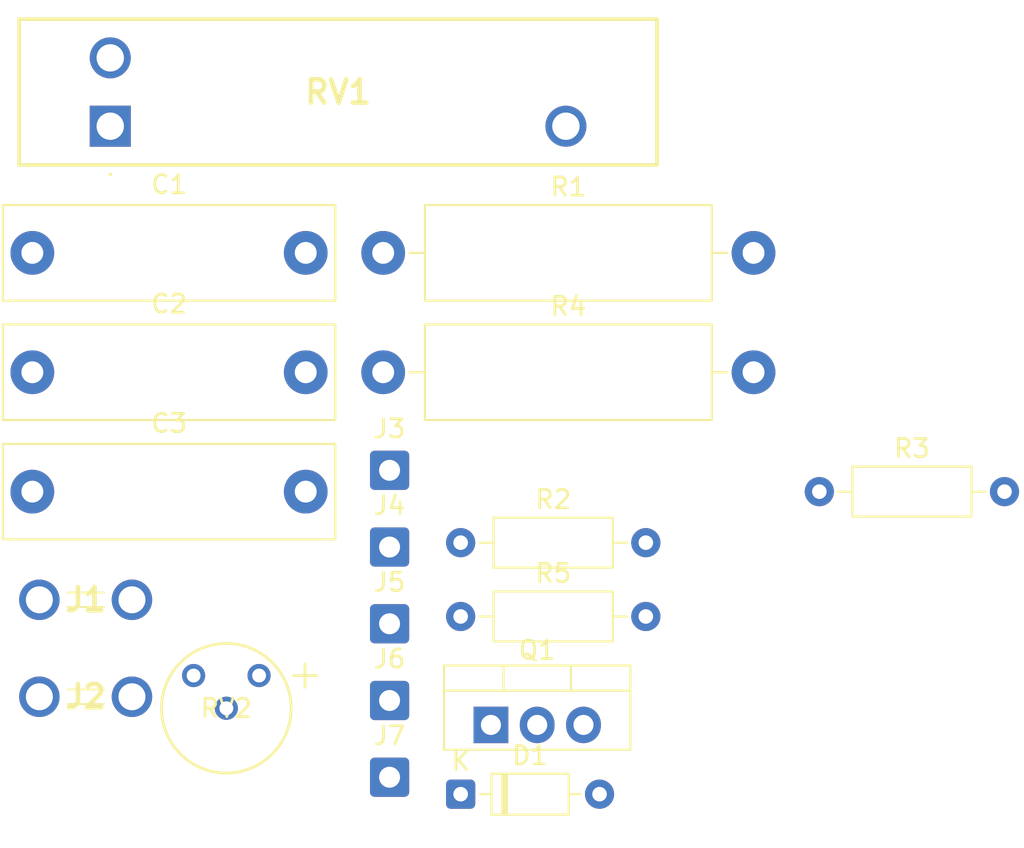
<source format=kicad_pcb>
(kicad_pcb (version 20241229) (generator "pcbnew") (generator_version "9.0")
  (layers (0 "F.Cu" signal) (2 "B.Cu" signal) (13 "F.Paste" user) (15 "B.Paste" user) (5 "F.SilkS" user "F.Silkscreen") (7 "B.SilkS" user "B.Silkscreen") (1 "F.Mask" user) (3 "B.Mask" user) (25 "Edge.Cuts" user))
  (net 0 "")
  (net 1 "+3.3V")
  (net 2 "GNDD")
  (net 3 "Net-(J6-Pin_1)")
  (net 4 "AC")
  (net 5 "GND")
  (net 6 "Net-(C2-Pad2)")
  (net 7 "Net-(D1-K)")
  (net 8 "Net-(C3-Pad2)")
  (net 9 "Net-(C1-Pad2)")
  (net 10 "Net-(R2-Pad2)")
  (net 11 "/Res_out")
  (net 12 "Net-(D1-A)")
  (footprint "Resistor_THT:R_Axial_DIN0207_L6.3mm_D2.5mm_P10.16mm_Horizontal" (layer "F.Cu") (at 50.98 55.75)
    (property "Reference" "R5" (at 5.08 -2.37 0) (layer "F.SilkS"))
    (property "Value" "200k")
    (fp_line (start 1.04 0) (end 1.81 0) (stroke (width 0.12)) (layer "F.SilkS"))
    (fp_line (start 9.12 0) (end 8.35 0) (stroke (width 0.12)) (layer "F.SilkS"))
    (fp_rect (start 1.81 -1.37) (end 8.35 1.37) (stroke (width 0.12)) (fill no) (layer "F.SilkS"))
    (pad "1" thru_hole circle (at 0 0) (size 1.6 1.6) (drill 0.8) (layers "*.Cu" "*.Mask") (net 4 "AC"))
    (pad "2" thru_hole circle (at 10.16 0) (size 1.6 1.6) (drill 0.8) (layers "*.Cu" "*.Mask") (net 10 "Net-(R2-Pad2)"))
  )
  (footprint "Resistor_THT:R_Axial_DIN0207_L6.3mm_D2.5mm_P10.16mm_Horizontal" (layer "F.Cu") (at 70.66 48.9)
    (property "Reference" "R3" (at 5.08 -2.37 0) (layer "F.SilkS"))
    (property "Value" "1k")
    (fp_line (start 1.04 0) (end 1.81 0) (stroke (width 0.12)) (layer "F.SilkS"))
    (fp_line (start 9.12 0) (end 8.35 0) (stroke (width 0.12)) (layer "F.SilkS"))
    (fp_rect (start 1.81 -1.37) (end 8.35 1.37) (stroke (width 0.12)) (fill no) (layer "F.SilkS"))
    (pad "1" thru_hole circle (at 0 0) (size 1.6 1.6) (drill 0.8) (layers "*.Cu" "*.Mask") (net 9 "Net-(C1-Pad2)"))
    (pad "2" thru_hole circle (at 10.16 0) (size 1.6 1.6) (drill 0.8) (layers "*.Cu" "*.Mask") (net 4 "AC"))
  )
  (footprint "Resistor_THT:R_Axial_DIN0516_L15.5mm_D5.0mm_P20.32mm_Horizontal" (layer "F.Cu") (at 46.73 35.8)
    (property "Reference" "R1" (at 10.16 -3.62 0) (layer "F.SilkS"))
    (property "Value" "1k")
    (fp_line (start 1.44 0) (end 2.29 0) (stroke (width 0.12)) (layer "F.SilkS"))
    (fp_line (start 18.88 0) (end 18.03 0) (stroke (width 0.12)) (layer "F.SilkS"))
    (fp_rect (start 2.29 -2.62) (end 18.03 2.62) (stroke (width 0.12)) (fill no) (layer "F.SilkS"))
    (pad "1" thru_hole circle (at 0 0) (size 2.4 2.4) (drill 1.2) (layers "*.Cu" "*.Mask") (net 7 "Net-(D1-K)"))
    (pad "2" thru_hole circle (at 20.32 0) (size 2.4 2.4) (drill 1.2) (layers "*.Cu" "*.Mask") (net 6 "Net-(C2-Pad2)"))
  )
  (footprint "Package_TO_SOT_THT:TO-220-3_Vertical" (layer "F.Cu") (at 52.64 61.7)
    (property "Reference" "Q1" (at 2.54 -4.1 0) (layer "F.SilkS"))
    (property "Value" "BT137-600E")
    (fp_line (start -2.57 -3.26) (end 7.65 -3.26) (stroke (width 0.12)) (layer "F.SilkS"))
    (fp_line (start -2.57 -1.88) (end 7.65 -1.88) (stroke (width 0.12)) (layer "F.SilkS"))
    (fp_line (start -2.57 1.36) (end -2.57 -3.26) (stroke (width 0.12)) (layer "F.SilkS"))
    (fp_line (start 0.69 -3.26) (end 0.69 -1.88) (stroke (width 0.12)) (layer "F.SilkS"))
    (fp_line (start 4.39 -3.26) (end 4.39 -1.88) (stroke (width 0.12)) (layer "F.SilkS"))
    (fp_line (start 7.65 -3.26) (end 7.65 1.36) (stroke (width 0.12)) (layer "F.SilkS"))
    (fp_line (start 7.65 1.36) (end -2.57 1.36) (stroke (width 0.12)) (layer "F.SilkS"))
    (pad "1" thru_hole rect (at 0 0) (size 1.905 2) (drill 1.1) (layers "*.Cu" "*.Mask") (net 5 "GND"))
    (pad "2" thru_hole oval (at 2.54 0) (size 1.905 2) (drill 1.1) (layers "*.Cu" "*.Mask") (net 4 "AC"))
    (pad "3" thru_hole oval (at 5.08 0) (size 1.905 2) (drill 1.1) (layers "*.Cu" "*.Mask") (net 12 "Net-(D1-A)"))
  )
  (footprint "Connector_Wire:SolderWire-0.5sqmm_1x01_D0.9mm_OD2.1mm" (layer "F.Cu") (at 47.08 51.94)
    (property "Reference" "J4" (at 0 -2.28 0) (layer "F.SilkS"))
    (property "Value" "Conn_01x01_Pin")
    (pad "1" thru_hole roundrect (at 0 0) (size 2.15 2.15) (drill 1.15) (layers "*.Cu" "*.Mask") (roundrect_rratio 0.116279) (net 4 "AC"))
  )
  (footprint "project:RA2043F2010EB1B100K" (layer "F.Cu") (at 31.755 28.85)
    (property "Reference" "RV1" (at 12.5 -1.875 0) (layer "F.SilkS") (effects (font (size 1.27 1.27) (thickness 0.254))))
    (property "Value" "100k" (hide yes))
    (fp_line (start -5 -5.875) (end 30 -5.875) (stroke (width 0.2)) (layer "F.SilkS"))
    (fp_line (start -5 2.125) (end -5 -5.875) (stroke (width 0.2)) (layer "F.SilkS"))
    (fp_line (start 0 2.6) (end 0 2.6) (stroke (width 0.1)) (layer "F.SilkS"))
    (fp_line (start 0 2.7) (end 0 2.7) (stroke (width 0.1)) (layer "F.SilkS"))
    (fp_line (start 30 -5.875) (end 30 2.125) (stroke (width 0.2)) (layer "F.SilkS"))
    (fp_line (start 30 2.125) (end -5 2.125) (stroke (width 0.2)) (layer "F.SilkS"))
    (fp_arc (start 0 2.6) (mid 0.05 2.65) (end 0 2.7) (stroke (width 0.1)) (layer "F.SilkS"))
    (fp_arc (start 0 2.7) (mid -0.05 2.65) (end 0 2.6) (stroke (width 0.1)) (layer "F.SilkS"))
    (pad "1" thru_hole rect (at 0 0) (size 2.25 2.25) (drill 1.5) (layers "*.Cu" "*.Mask") (net 2 "GNDD"))
    (pad "2" thru_hole circle (at 0 -3.75) (size 2.25 2.25) (drill 1.5) (layers "*.Cu" "*.Mask") (net 3 "Net-(J6-Pin_1)"))
    (pad "3" thru_hole circle (at 25 0) (size 2.25 2.25) (drill 1.5) (layers "*.Cu" "*.Mask") (net 1 "+3.3V"))
  )
  (footprint "Connector_Wire:SolderWire-0.5sqmm_1x01_D0.9mm_OD2.1mm" (layer "F.Cu") (at 47.08 56.15)
    (property "Reference" "J5" (at 0 -2.28 0) (layer "F.SilkS"))
    (property "Value" "Conn_01x01_Pin")
    (pad "1" thru_hole roundrect (at 0 0) (size 2.15 2.15) (drill 1.15) (layers "*.Cu" "*.Mask") (roundrect_rratio 0.116279) (net 2 "GNDD"))
  )
  (footprint "Capacitor_THT:C_Rect_L18.0mm_W5.0mm_P15.00mm_FKS3_FKP3" (layer "F.Cu") (at 27.48 42.35)
    (property "Reference" "C2" (at 7.5 -3.75 0) (layer "F.SilkS"))
    (property "Value" "0.1uF")
    (fp_line (start -1.62 -2.62) (end 16.62 -2.62) (stroke (width 0.12)) (layer "F.SilkS"))
    (fp_line (start -1.62 2.62) (end -1.62 -2.62) (stroke (width 0.12)) (layer "F.SilkS"))
    (fp_line (start 16.62 -2.62) (end 16.62 2.62) (stroke (width 0.12)) (layer "F.SilkS"))
    (fp_line (start 16.62 2.62) (end -1.62 2.62) (stroke (width 0.12)) (layer "F.SilkS"))
    (pad "1" thru_hole circle (at 0 0) (size 2.4 2.4) (drill 1.2) (layers "*.Cu" "*.Mask") (net 5 "GND"))
    (pad "2" thru_hole circle (at 15 0) (size 2.4 2.4) (drill 1.2) (layers "*.Cu" "*.Mask") (net 6 "Net-(C2-Pad2)"))
  )
  (footprint "project:POT_3329H" (layer "F.Cu") (at 39.92 58.99)
    (property "Reference" "RV2" (at -1.796051 1.796051 0) (layer "F.SilkS"))
    (property "Value" "20k")
    (fp_line (start 1.886949 0) (end 3.156949 0) (stroke (width 0.1524)) (layer "F.SilkS"))
    (fp_line (start 2.521949 -0.635) (end 2.521949 0.635) (stroke (width 0.1524)) (layer "F.SilkS"))
    (fp_circle (center -1.796051 1.796051) (end 1.759949 1.796051) (stroke (width 0.1524)) (fill no) (layer "F.SilkS"))
    (pad "1" thru_hole circle (at 0 0) (size 1.27 1.27) (drill 0.762) (layers "*.Cu" "*.Mask") (net 10 "Net-(R2-Pad2)"))
    (pad "2" thru_hole circle (at -1.796051 1.796051) (size 1.27 1.27) (drill 0.762) (layers "*.Cu" "*.Mask") (net 10 "Net-(R2-Pad2)"))
    (pad "3" thru_hole circle (at -3.592102 0) (size 1.27 1.27) (drill 0.762) (layers "*.Cu" "*.Mask") (net 11 "/Res_out"))
  )
  (footprint "project:17263882" (layer "F.Cu") (at 30.405 54.835)
    (property "Reference" "J1" (at 0 0 0) (layer "F.SilkS") (effects (font (size 1.27 1.27) (thickness 0.254))))
    (property "Value" "1-726388-2" (hide yes))
    (fp_line (start -1 -0.4) (end 1 -0.4) (stroke (width 0.1)) (layer "F.SilkS"))
    (fp_line (start -1 0.4) (end 1 0.4) (stroke (width 0.1)) (layer "F.SilkS"))
    (pad "1" thru_hole circle (at -2.54 0) (size 2.22 2.22) (drill 1.48) (layers "*.Cu" "*.Mask") (net 4 "AC"))
    (pad "2" thru_hole circle (at 2.54 0) (size 2.22 2.22) (drill 1.48) (layers "*.Cu" "*.Mask") (net 4 "AC"))
  )
  (footprint "Resistor_THT:R_Axial_DIN0516_L15.5mm_D5.0mm_P20.32mm_Horizontal" (layer "F.Cu") (at 46.73 42.35)
    (property "Reference" "R4" (at 10.16 -3.62 0) (layer "F.SilkS"))
    (property "Value" "100")
    (fp_line (start 1.44 0) (end 2.29 0) (stroke (width 0.12)) (layer "F.SilkS"))
    (fp_line (start 18.88 0) (end 18.03 0) (stroke (width 0.12)) (layer "F.SilkS"))
    (fp_rect (start 2.29 -2.62) (end 18.03 2.62) (stroke (width 0.12)) (fill no) (layer "F.SilkS"))
    (pad "1" thru_hole circle (at 0 0) (size 2.4 2.4) (drill 1.2) (layers "*.Cu" "*.Mask") (net 4 "AC"))
    (pad "2" thru_hole circle (at 20.32 0) (size 2.4 2.4) (drill 1.2) (layers "*.Cu" "*.Mask") (net 8 "Net-(C3-Pad2)"))
  )
  (footprint "Capacitor_THT:C_Rect_L18.0mm_W5.0mm_P15.00mm_FKS3_FKP3" (layer "F.Cu") (at 27.48 48.9)
    (property "Reference" "C3" (at 7.5 -3.75 0) (layer "F.SilkS"))
    (property "Value" "0.1uF")
    (fp_line (start -1.62 -2.62) (end 16.62 -2.62) (stroke (width 0.12)) (layer "F.SilkS"))
    (fp_line (start -1.62 2.62) (end -1.62 -2.62) (stroke (width 0.12)) (layer "F.SilkS"))
    (fp_line (start 16.62 -2.62) (end 16.62 2.62) (stroke (width 0.12)) (layer "F.SilkS"))
    (fp_line (start 16.62 2.62) (end -1.62 2.62) (stroke (width 0.12)) (layer "F.SilkS"))
    (pad "1" thru_hole circle (at 0 0) (size 2.4 2.4) (drill 1.2) (layers "*.Cu" "*.Mask") (net 5 "GND"))
    (pad "2" thru_hole circle (at 15 0) (size 2.4 2.4) (drill 1.2) (layers "*.Cu" "*.Mask") (net 8 "Net-(C3-Pad2)"))
  )
  (footprint "Diode_THT:D_DO-35_SOD27_P7.62mm_Horizontal" (layer "F.Cu") (at 50.98 65.5)
    (property "Reference" "D1" (at 3.81 -2.12 0) (layer "F.SilkS"))
    (property "Value" "DB3")
    (fp_line (start 1.04 0) (end 1.69 0) (stroke (width 0.12)) (layer "F.SilkS"))
    (fp_line (start 2.29 -1.12) (end 2.29 1.12) (stroke (width 0.12)) (layer "F.SilkS"))
    (fp_line (start 2.41 -1.12) (end 2.41 1.12) (stroke (width 0.12)) (layer "F.SilkS"))
    (fp_line (start 2.53 -1.12) (end 2.53 1.12) (stroke (width 0.12)) (layer "F.SilkS"))
    (fp_line (start 6.58 0) (end 5.93 0) (stroke (width 0.12)) (layer "F.SilkS"))
    (fp_rect (start 1.69 -1.12) (end 5.93 1.12) (stroke (width 0.12)) (fill no) (layer "F.SilkS"))
    (fp_text user "K" (at 0 -1.8 0) (layer "F.SilkS"))
    (pad "1" thru_hole roundrect (at 0 0) (size 1.6 1.6) (drill 0.8) (layers "*.Cu" "*.Mask") (roundrect_rratio 0.15625) (net 7 "Net-(D1-K)"))
    (pad "2" thru_hole circle (at 7.62 0) (size 1.6 1.6) (drill 0.8) (layers "*.Cu" "*.Mask") (net 12 "Net-(D1-A)"))
  )
  (footprint "Connector_Wire:SolderWire-0.5sqmm_1x01_D0.9mm_OD2.1mm" (layer "F.Cu") (at 47.08 60.36)
    (property "Reference" "J6" (at 0 -2.28 0) (layer "F.SilkS"))
    (property "Value" "Conn_01x01_Pin")
    (pad "1" thru_hole roundrect (at 0 0) (size 2.15 2.15) (drill 1.15) (layers "*.Cu" "*.Mask") (roundrect_rratio 0.116279) (net 3 "Net-(J6-Pin_1)"))
  )
  (footprint "Capacitor_THT:C_Rect_L18.0mm_W5.0mm_P15.00mm_FKS3_FKP3" (layer "F.Cu") (at 27.48 35.8)
    (property "Reference" "C1" (at 7.5 -3.75 0) (layer "F.SilkS"))
    (property "Value" "0.1uF")
    (fp_line (start -1.62 -2.62) (end 16.62 -2.62) (stroke (width 0.12)) (layer "F.SilkS"))
    (fp_line (start -1.62 2.62) (end -1.62 -2.62) (stroke (width 0.12)) (layer "F.SilkS"))
    (fp_line (start 16.62 -2.62) (end 16.62 2.62) (stroke (width 0.12)) (layer "F.SilkS"))
    (fp_line (start 16.62 2.62) (end -1.62 2.62) (stroke (width 0.12)) (layer "F.SilkS"))
    (pad "1" thru_hole circle (at 0 0) (size 2.4 2.4) (drill 1.2) (layers "*.Cu" "*.Mask") (net 5 "GND"))
    (pad "2" thru_hole circle (at 15 0) (size 2.4 2.4) (drill 1.2) (layers "*.Cu" "*.Mask") (net 9 "Net-(C1-Pad2)"))
  )
  (footprint "Resistor_THT:R_Axial_DIN0207_L6.3mm_D2.5mm_P10.16mm_Horizontal" (layer "F.Cu") (at 50.98 51.7)
    (property "Reference" "R2" (at 5.08 -2.37 0) (layer "F.SilkS"))
    (property "Value" "22k")
    (fp_line (start 1.04 0) (end 1.81 0) (stroke (width 0.12)) (layer "F.SilkS"))
    (fp_line (start 9.12 0) (end 8.35 0) (stroke (width 0.12)) (layer "F.SilkS"))
    (fp_rect (start 1.81 -1.37) (end 8.35 1.37) (stroke (width 0.12)) (fill no) (layer "F.SilkS"))
    (pad "1" thru_hole circle (at 0 0) (size 1.6 1.6) (drill 0.8) (layers "*.Cu" "*.Mask") (net 6 "Net-(C2-Pad2)"))
    (pad "2" thru_hole circle (at 10.16 0) (size 1.6 1.6) (drill 0.8) (layers "*.Cu" "*.Mask") (net 10 "Net-(R2-Pad2)"))
  )
  (footprint "project:17263882" (layer "F.Cu") (at 30.405 60.155)
    (property "Reference" "J2" (at 0 0 0) (layer "F.SilkS") (effects (font (size 1.27 1.27) (thickness 0.254))))
    (property "Value" "1-726388-2" (hide yes))
    (fp_line (start -1 -0.4) (end 1 -0.4) (stroke (width 0.1)) (layer "F.SilkS"))
    (fp_line (start -1 0.4) (end 1 0.4) (stroke (width 0.1)) (layer "F.SilkS"))
    (pad "1" thru_hole circle (at -2.54 0) (size 2.22 2.22) (drill 1.48) (layers "*.Cu" "*.Mask") (net 5 "GND"))
    (pad "2" thru_hole circle (at 2.54 0) (size 2.22 2.22) (drill 1.48) (layers "*.Cu" "*.Mask") (net 5 "GND"))
  )
  (footprint "Connector_Wire:SolderWire-0.5sqmm_1x01_D0.9mm_OD2.1mm" (layer "F.Cu") (at 47.08 47.73)
    (property "Reference" "J3" (at 0 -2.28 0) (layer "F.SilkS"))
    (property "Value" "Conn_01x01_Pin")
    (pad "1" thru_hole roundrect (at 0 0) (size 2.15 2.15) (drill 1.15) (layers "*.Cu" "*.Mask") (roundrect_rratio 0.116279) (net 11 "/Res_out"))
  )
  (footprint "Connector_Wire:SolderWire-0.5sqmm_1x01_D0.9mm_OD2.1mm" (layer "F.Cu") (at 47.08 64.57)
    (property "Reference" "J7" (at 0 -2.28 0) (layer "F.SilkS"))
    (property "Value" "Conn_01x01_Pin")
    (pad "1" thru_hole roundrect (at 0 0) (size 2.15 2.15) (drill 1.15) (layers "*.Cu" "*.Mask") (roundrect_rratio 0.116279) (net 1 "+3.3V"))
  )
)
</source>
